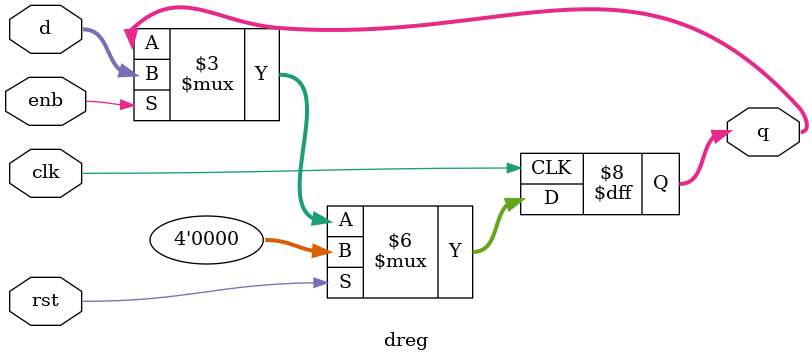
<source format=sv>

module dreg #(parameter W=4)
            (input logic clk, rst, enb,
             input logic [W-1:0] 	d,
             output logic [W-1:0] q);

    always_ff @(posedge clk)
        if(rst) q <= '0;
        else if(enb) q <= d;
        else q <= q;
endmodule: dreg

</source>
